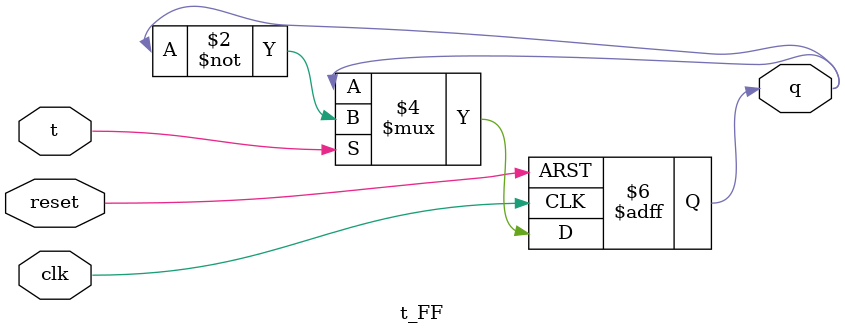
<source format=v>
module t_FF(t, clk, reset, q);
  input t, clk, reset;
  output reg q;

  always @(posedge clk or posedge reset) begin 
    if (reset)
      q <= 0;
    else if (t)
      q <= ~q; 
    else
      q <= q; // Hold state
  end
endmodule  




</source>
